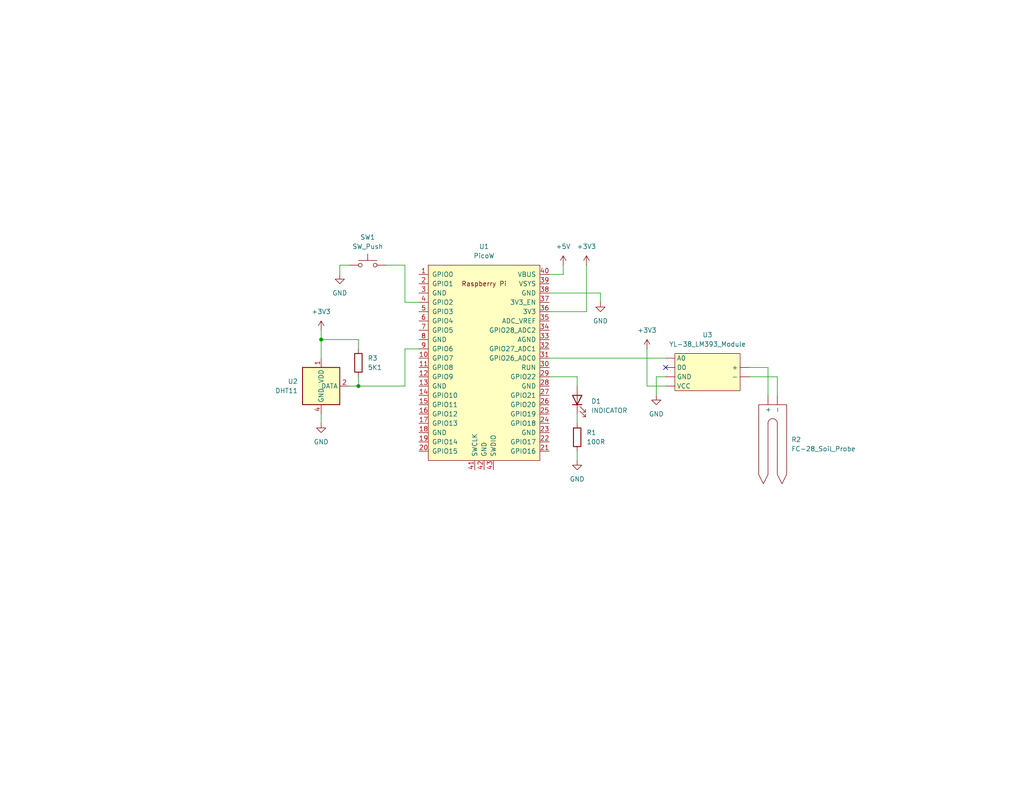
<source format=kicad_sch>
(kicad_sch (version 20231120) (generator "eeschema") (generator_version "8.0")
  (paper "USLetter")
  (title_block (title "Plant Datalogger") (date "2025-04-17") (rev "B"))
  (lib_symbols
    (symbol "Device:LED" (pin_numbers hide) (pin_names (offset 1.016) hide)
      (property "Reference" "D" (at 0 2.54 0))
      (property "Value" "LED" (at 0 -2.54 0))
      (symbol "LED_0_1"
        (polyline (pts (xy -1.27 -1.27) (xy -1.27 1.27)) (stroke (width 0.254)))
        (polyline (pts (xy -1.27 0) (xy 1.27 0)))
        (polyline (pts (xy 1.27 -1.27) (xy 1.27 1.27) (xy -1.27 0) (xy 1.27 -1.27)) (stroke (width 0.254)))
        (polyline (pts (xy -3.048 -0.762) (xy -4.572 -2.286) (xy -3.81 -2.286) (xy -4.572 -2.286) (xy -4.572 -1.524)))
        (polyline (pts (xy -1.778 -0.762) (xy -3.302 -2.286) (xy -2.54 -2.286) (xy -3.302 -2.286) (xy -3.302 -1.524)))
      )
      (symbol "LED_1_1"
        (pin passive line (at -3.81 0 0) (length 2.54) (name "K") (number "1"))
        (pin passive line (at 3.81 0 180) (length 2.54) (name "A") (number "2"))
      )
    )
    (symbol "Device:R" (pin_numbers hide) (pin_names (offset 0))
      (property "Reference" "R" (at 2.032 0 90))
      (property "Value" "R" (at 0 0 90))
      (symbol "R_0_1"
        (rectangle (start -1.016 -2.54) (end 1.016 2.54) (stroke (width 0.254)))
      )
      (symbol "R_1_1"
        (pin passive line (at 0 3.81 270) (length 1.27) (name "~") (number "1"))
        (pin passive line (at 0 -3.81 90) (length 1.27) (name "~") (number "2"))
      )
    )
    (symbol "RPi_Pico:PicoW" (pin_names (offset 1.016))
      (property "Reference" "U" (at -13.97 27.94 0))
      (property "Value" "PicoW" (at 0 19.05 0))
      (symbol "PicoW_0_0"
        (text "Raspberry Pi" (at 0 21.59 0) (effects (font (size 1.27 1.27))))
      )
      (symbol "PicoW_0_1"
        (rectangle (start -15.24 26.67) (end 15.24 -26.67) (fill (type background)))
      )
      (symbol "PicoW_1_1"
        (pin bidirectional line (at -17.78 24.13 0) (length 2.54) (name "GPIO0") (number "1"))
        (pin bidirectional line (at -17.78 1.27 0) (length 2.54) (name "GPIO7") (number "10"))
        (pin bidirectional line (at -17.78 -1.27 0) (length 2.54) (name "GPIO8") (number "11"))
        (pin bidirectional line (at -17.78 -3.81 0) (length 2.54) (name "GPIO9") (number "12"))
        (pin power_in line (at -17.78 -6.35 0) (length 2.54) (name "GND") (number "13"))
        (pin bidirectional line (at -17.78 -8.89 0) (length 2.54) (name "GPIO10") (number "14"))
        (pin bidirectional line (at -17.78 -11.43 0) (length 2.54) (name "GPIO11") (number "15"))
        (pin bidirectional line (at -17.78 -13.97 0) (length 2.54) (name "GPIO12") (number "16"))
        (pin bidirectional line (at -17.78 -16.51 0) (length 2.54) (name "GPIO13") (number "17"))
        (pin power_in line (at -17.78 -19.05 0) (length 2.54) (name "GND") (number "18"))
        (pin bidirectional line (at -17.78 -21.59 0) (length 2.54) (name "GPIO14") (number "19"))
        (pin bidirectional line (at -17.78 21.59 0) (length 2.54) (name "GPIO1") (number "2"))
        (pin bidirectional line (at -17.78 -24.13 0) (length 2.54) (name "GPIO15") (number "20"))
        (pin bidirectional line (at 17.78 -24.13 180) (length 2.54) (name "GPIO16") (number "21"))
        (pin bidirectional line (at 17.78 -21.59 180) (length 2.54) (name "GPIO17") (number "22"))
        (pin power_in line (at 17.78 -19.05 180) (length 2.54) (name "GND") (number "23"))
        (pin bidirectional line (at 17.78 -16.51 180) (length 2.54) (name "GPIO18") (number "24"))
        (pin bidirectional line (at 17.78 -13.97 180) (length 2.54) (name "GPIO19") (number "25"))
        (pin bidirectional line (at 17.78 -11.43 180) (length 2.54) (name "GPIO20") (number "26"))
        (pin bidirectional line (at 17.78 -8.89 180) (length 2.54) (name "GPIO21") (number "27"))
        (pin power_in line (at 17.78 -6.35 180) (length 2.54) (name "GND") (number "28"))
        (pin bidirectional line (at 17.78 -3.81 180) (length 2.54) (name "GPIO22") (number "29"))
        (pin power_in line (at -17.78 19.05 0) (length 2.54) (name "GND") (number "3"))
        (pin input line (at 17.78 -1.27 180) (length 2.54) (name "RUN") (number "30"))
        (pin bidirectional line (at 17.78 1.27 180) (length 2.54) (name "GPIO26_ADC0") (number "31"))
        (pin bidirectional line (at 17.78 3.81 180) (length 2.54) (name "GPIO27_ADC1") (number "32"))
        (pin power_in line (at 17.78 6.35 180) (length 2.54) (name "AGND") (number "33"))
        (pin bidirectional line (at 17.78 8.89 180) (length 2.54) (name "GPIO28_ADC2") (number "34"))
        (pin unspecified line (at 17.78 11.43 180) (length 2.54) (name "ADC_VREF") (number "35"))
        (pin unspecified line (at 17.78 13.97 180) (length 2.54) (name "3V3") (number "36"))
        (pin input line (at 17.78 16.51 180) (length 2.54) (name "3V3_EN") (number "37"))
        (pin bidirectional line (at 17.78 19.05 180) (length 2.54) (name "GND") (number "38"))
        (pin unspecified line (at 17.78 21.59 180) (length 2.54) (name "VSYS") (number "39"))
        (pin bidirectional line (at -17.78 16.51 0) (length 2.54) (name "GPIO2") (number "4"))
        (pin unspecified line (at 17.78 24.13 180) (length 2.54) (name "VBUS") (number "40"))
        (pin input line (at -2.54 -29.21 90) (length 2.54) (name "SWCLK") (number "41"))
        (pin power_in line (at 0 -29.21 90) (length 2.54) (name "GND") (number "42"))
        (pin bidirectional line (at 2.54 -29.21 90) (length 2.54) (name "SWDIO") (number "43"))
        (pin bidirectional line (at -17.78 13.97 0) (length 2.54) (name "GPIO3") (number "5"))
        (pin bidirectional line (at -17.78 11.43 0) (length 2.54) (name "GPIO4") (number "6"))
        (pin bidirectional line (at -17.78 8.89 0) (length 2.54) (name "GPIO5") (number "7"))
        (pin power_in line (at -17.78 6.35 0) (length 2.54) (name "GND") (number "8"))
        (pin bidirectional line (at -17.78 3.81 0) (length 2.54) (name "GPIO6") (number "9"))
      )
    )
    (symbol "Sensor:DHT11"
      (property "Reference" "U" (at -3.81 6.35 0))
      (property "Value" "DHT11" (at 3.81 6.35 0))
      (symbol "DHT11_0_1"
        (rectangle (start -5.08 5.08) (end 5.08 -5.08) (stroke (width 0.254)) (fill (type background)))
      )
      (symbol "DHT11_1_1"
        (pin power_in line (at 0 7.62 270) (length 2.54) (name "VDD") (number "1"))
        (pin bidirectional line (at 7.62 0 180) (length 2.54) (name "DATA") (number "2"))
        (pin no_connect line (at -5.08 0 0) (length 2.54) hide (name "NC") (number "3"))
        (pin power_in line (at 0 -7.62 90) (length 2.54) (name "GND") (number "4"))
      )
    )
    (symbol "Switch:SW_Push" (pin_numbers hide) (pin_names (offset 1.016) hide)
      (property "Reference" "SW" (at 1.27 2.54 0))
      (property "Value" "SW_Push" (at 0 -1.524 0))
      (symbol "SW_Push_0_1"
        (circle (center -2.032 0) (radius 0.508))
        (polyline (pts (xy 0 1.27) (xy 0 3.048)))
        (polyline (pts (xy 2.54 1.27) (xy -2.54 1.27)))
        (circle (center 2.032 0) (radius 0.508))
        (pin passive line (at -5.08 0 0) (length 2.54) (name "1") (number "1"))
        (pin passive line (at 5.08 0 180) (length 2.54) (name "2") (number "2"))
      )
    )
    (symbol "power:+3V3" (power) (pin_numbers hide) (pin_names (offset 0) hide)
      (property "Value" "+3V3" (at 0 3.556 0))
      (symbol "+3V3_0_1"
        (polyline (pts (xy -0.762 1.27) (xy 0 2.54)))
        (polyline (pts (xy 0 0) (xy 0 2.54)))
        (polyline (pts (xy 0 2.54) (xy 0.762 1.27)))
      )
      (symbol "+3V3_1_1"
        (pin power_in line (at 0 0 90) (length 0) (name "~") (number "1"))
      )
    )
    (symbol "power:+5V" (power) (pin_numbers hide) (pin_names (offset 0) hide)
      (property "Value" "+5V" (at 0 3.556 0))
      (symbol "+5V_0_1"
        (polyline (pts (xy -0.762 1.27) (xy 0 2.54)))
        (polyline (pts (xy 0 0) (xy 0 2.54)))
        (polyline (pts (xy 0 2.54) (xy 0.762 1.27)))
      )
      (symbol "+5V_1_1"
        (pin power_in line (at 0 0 90) (length 0) (name "~") (number "1"))
      )
    )
    (symbol "power:GND" (power) (pin_numbers hide) (pin_names (offset 0) hide)
      (property "Value" "GND" (at 0 -3.81 0))
      (symbol "GND_0_1"
        (polyline (pts (xy 0 0) (xy 0 -1.27) (xy 1.27 -1.27) (xy 0 -2.54) (xy -1.27 -1.27) (xy 0 -1.27)))
      )
      (symbol "GND_1_1"
        (pin power_in line (at 0 0 270) (length 0) (name "~") (number "1"))
      )
    )
    (symbol "rbe200x:FC-28_Soil_Probe"
      (property "Reference" "R" (at 5.334 2.54 0))
      (property "Value" "FC-28_Soil_Probe" (at 13.462 0.254 0))
      (symbol "FC-28_Soil_Probe_1_1"
        (polyline (pts (xy 1.27 -1.27) (xy 1.27 -15.24) (xy 2.54 -17.78) (xy 3.81 -15.24) (xy 3.81 3.81) (xy -3.81 3.81) (xy -3.81 -15.24) (xy -2.54 -17.78) (xy -1.27 -15.24) (xy -1.27 -1.27)))
        (arc (start 1.27 -1.27) (mid 0 0) (end -1.27 -1.27))
        (pin passive line (at -1.27 6.35 270) (length 2.54) (name "+") (number ""))
        (pin passive line (at 1.27 6.35 270) (length 2.54) (name "-") (number ""))
      )
    )
    (symbol "rbe200x:YL-38_LM393_Module"
      (property "Reference" "U" (at -6.858 8.636 0))
      (property "Value" "YL-38_LM393_Module" (at 3.048 6.604 0))
      (symbol "YL-38_LM393_Module_1_1"
        (rectangle (start -8.89 5.08) (end 8.89 -5.08) (fill (type background)))
        (pin passive line (at 11.43 1.27 180) (length 2.54) (name "+") (number ""))
        (pin passive line (at 11.43 -1.27 180) (length 2.54) (name "-") (number ""))
        (pin output line (at -11.43 3.81 0) (length 2.54) (name "A0") (number ""))
        (pin output line (at -11.43 1.27 0) (length 2.54) (name "D0") (number ""))
        (pin power_in line (at -11.43 -1.27 0) (length 2.54) (name "GND") (number ""))
        (pin power_in line (at -11.43 -3.81 0) (length 2.54) (name "VCC") (number ""))
      )
    )
  )
  (junction (at 87.63 92.71))
  (junction (at 97.79 105.41))
  (no_connect (at 181.61 100.33))
  (wire (pts (xy 176.53 105.41) (xy 176.53 95.25)))
  (wire (pts (xy 87.63 92.71) (xy 87.63 97.79)))
  (wire (pts (xy 149.86 97.79) (xy 181.61 97.79)))
  (wire (pts (xy 209.55 100.33) (xy 209.55 107.95)))
  (wire (pts (xy 87.63 90.17) (xy 87.63 92.71)))
  (wire (pts (xy 149.86 80.01) (xy 163.83 80.01)))
  (wire (pts (xy 163.83 80.01) (xy 163.83 82.55)))
  (wire (pts (xy 114.3 95.25) (xy 110.49 95.25)))
  (wire (pts (xy 204.47 102.87) (xy 212.09 102.87)))
  (wire (pts (xy 181.61 102.87) (xy 179.07 102.87)))
  (wire (pts (xy 95.25 105.41) (xy 97.79 105.41)))
  (wire (pts (xy 179.07 102.87) (xy 179.07 107.95)))
  (wire (pts (xy 149.86 85.09) (xy 160.02 85.09)))
  (wire (pts (xy 95.25 72.39) (xy 92.71 72.39)))
  (wire (pts (xy 110.49 82.55) (xy 114.3 82.55)))
  (wire (pts (xy 97.79 105.41) (xy 97.79 102.87)))
  (wire (pts (xy 157.48 102.87) (xy 149.86 102.87)))
  (wire (pts (xy 212.09 102.87) (xy 212.09 107.95)))
  (wire (pts (xy 110.49 72.39) (xy 110.49 82.55)))
  (wire (pts (xy 87.63 113.03) (xy 87.63 115.57)))
  (wire (pts (xy 87.63 92.71) (xy 97.79 92.71)))
  (wire (pts (xy 157.48 105.41) (xy 157.48 102.87)))
  (wire (pts (xy 92.71 72.39) (xy 92.71 74.93)))
  (wire (pts (xy 149.86 74.93) (xy 153.67 74.93)))
  (wire (pts (xy 157.48 123.19) (xy 157.48 125.73)))
  (wire (pts (xy 157.48 113.03) (xy 157.48 115.57)))
  (wire (pts (xy 160.02 85.09) (xy 160.02 72.39)))
  (wire (pts (xy 110.49 105.41) (xy 97.79 105.41)))
  (wire (pts (xy 97.79 92.71) (xy 97.79 95.25)))
  (wire (pts (xy 153.67 74.93) (xy 153.67 72.39)))
  (wire (pts (xy 204.47 100.33) (xy 209.55 100.33)))
  (wire (pts (xy 181.61 105.41) (xy 176.53 105.41)))
  (wire (pts (xy 105.41 72.39) (xy 110.49 72.39)))
  (wire (pts (xy 110.49 95.25) (xy 110.49 105.41)))
  (symbol (lib_id "power:+5V") (at 153.67 72.39 0) (unit 1)
    (property "Reference" "#PWR04" (effects (hide yes)))
    (property "Value" "+5V" (at 153.67 67.31 0))
    (property "Description" "Power symbol creates a global label with name \"+5V\"" (effects (hide yes)))
  )
  (symbol (lib_id "power:GND") (at 87.63 115.57 0) (unit 1)
    (property "Reference" "#PWR07" (effects (hide yes)))
    (property "Value" "GND" (at 87.63 120.65 0))
    (property "Description" "Power symbol creates a global label with name \"GND\" , ground" (effects (hide yes)))
  )
  (symbol (lib_id "power:GND") (at 163.83 82.55 0) (unit 1)
    (property "Reference" "#PWR02" (effects (hide yes)))
    (property "Value" "GND" (at 163.83 87.63 0))
    (property "Description" "Power symbol creates a global label with name \"GND\" , ground" (effects (hide yes)))
  )
  (symbol (lib_id "power:GND") (at 92.71 74.93 0) (unit 1)
    (property "Reference" "#PWR05" (effects (hide yes)))
    (property "Value" "GND" (at 92.71 80.01 0))
    (property "Description" "Power symbol creates a global label with name \"GND\" , ground" (effects (hide yes)))
  )
  (symbol (lib_id "power:+3V3") (at 160.02 72.39 0) (unit 1)
    (property "Reference" "#PWR03" (effects (hide yes)))
    (property "Value" "+3V3" (at 160.02 67.31 0))
    (property "Description" "Power symbol creates a global label with name \"+3V3\"" (effects (hide yes)))
  )
  (symbol (lib_id "rbe200x:FC-28_Soil_Probe") (at 210.82 114.3 0) (unit 1)
    (property "Reference" "R2" (at 215.9 120.0149 0) (effects (justify left)))
    (property "Value" "FC-28_Soil_Probe" (at 215.9 122.5549 0) (effects (justify left)))
  )
  (symbol (lib_id "Device:R") (at 97.79 99.06 0) (unit 1)
    (property "Reference" "R3" (at 100.33 97.7899 0) (effects (justify left)))
    (property "Value" "5K1" (at 100.33 100.3299 0) (effects (justify left)))
    (property "Description" "Resistor" (effects (hide yes)))
  )
  (symbol (lib_id "power:+3V3") (at 87.63 90.17 0) (unit 1)
    (property "Reference" "#PWR06" (effects (hide yes)))
    (property "Value" "+3V3" (at 87.63 85.09 0))
    (property "Description" "Power symbol creates a global label with name \"+3V3\"" (effects (hide yes)))
  )
  (symbol (lib_id "rbe200x:YL-38_LM393_Module") (at 193.04 101.6 0) (unit 1)
    (property "Reference" "U3" (at 193.04 91.44 0))
    (property "Value" "YL-38_LM393_Module" (at 193.04 93.98 0))
  )
  (symbol (lib_id "power:GND") (at 179.07 107.95 0) (unit 1)
    (property "Reference" "#PWR09" (effects (hide yes)))
    (property "Value" "GND" (at 179.07 113.03 0))
    (property "Description" "Power symbol creates a global label with name \"GND\" , ground" (effects (hide yes)))
  )
  (symbol (lib_id "Device:R") (at 157.48 119.38 0) (unit 1)
    (property "Reference" "R1" (at 160.02 118.1099 0) (effects (justify left)))
    (property "Value" "100R" (at 160.02 120.6499 0) (effects (justify left)))
    (property "Description" "Resistor" (effects (hide yes)))
  )
  (symbol (lib_id "RPi_Pico:PicoW") (at 132.08 99.06 0) (unit 1)
    (property "Reference" "U1" (at 132.08 67.31 0))
    (property "Value" "PicoW" (at 132.08 69.85 0))
    (property "Footprint" "RPi_PicoW:RPi_Pico_SMD_TH" (effects (hide yes)))
  )
  (symbol (lib_id "power:+3V3") (at 176.53 95.25 0) (unit 1)
    (property "Reference" "#PWR08" (effects (hide yes)))
    (property "Value" "+3V3" (at 176.53 90.17 0))
    (property "Description" "Power symbol creates a global label with name \"+3V3\"" (effects (hide yes)))
  )
  (symbol (lib_id "Device:LED") (at 157.48 109.22 90) (unit 1)
    (property "Reference" "D1" (at 161.29 109.5374 90) (effects (justify right)))
    (property "Value" "INDICATOR" (at 161.29 112.0774 90) (effects (justify right)))
    (property "Description" "Light emitting diode" (effects (hide yes)))
  )
  (symbol (lib_id "Switch:SW_Push") (at 100.33 72.39 0) (unit 1)
    (property "Reference" "SW1" (at 100.33 64.77 0))
    (property "Value" "SW_Push" (at 100.33 67.31 0))
    (property "Description" "Push button switch, generic, two pins" (effects (hide yes)))
  )
  (symbol (lib_id "power:GND") (at 157.48 125.73 0) (unit 1)
    (property "Reference" "#PWR01" (effects (hide yes)))
    (property "Value" "GND" (at 157.48 130.81 0))
    (property "Description" "Power symbol creates a global label with name \"GND\" , ground" (effects (hide yes)))
  )
  (symbol (lib_id "Sensor:DHT11") (at 87.63 105.41 0) (unit 1)
    (property "Reference" "U2" (at 81.28 104.1399 0) (effects (justify right)))
    (property "Value" "DHT11" (at 81.28 106.6799 0) (effects (justify right)))
    (property "Footprint" "Sensor:Aosong_DHT11_5.5x12.0_P2.54mm" (effects (hide yes)))
    (property "Datasheet" "http://akizukidenshi.com/download/ds/aosong/DHT11.pdf" (effects (hide yes)))
    (property "Description" "3.3V to 5.5V, temperature and humidity module, DHT11" (effects (hide yes)))
  )
)
</source>
